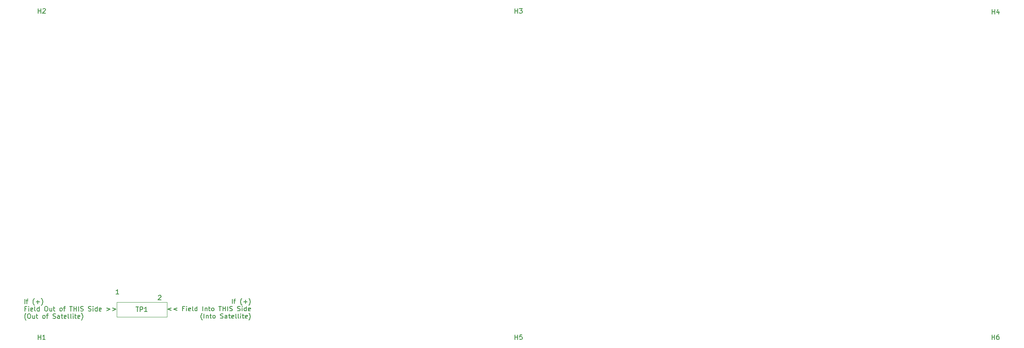
<source format=gto>
%TF.GenerationSoftware,KiCad,Pcbnew,8.0.8*%
%TF.CreationDate,2025-03-15T17:30:35-07:00*%
%TF.ProjectId,Coil_Panel_XY,436f696c-5f50-4616-9e65-6c5f58592e6b,2.1*%
%TF.SameCoordinates,Original*%
%TF.FileFunction,Legend,Top*%
%TF.FilePolarity,Positive*%
%FSLAX46Y46*%
G04 Gerber Fmt 4.6, Leading zero omitted, Abs format (unit mm)*
G04 Created by KiCad (PCBNEW 8.0.8) date 2025-03-15 17:30:35*
%MOMM*%
%LPD*%
G01*
G04 APERTURE LIST*
%ADD10C,0.150000*%
%ADD11C,0.120000*%
%ADD12C,2.600000*%
%ADD13C,3.800000*%
G04 APERTURE END LIST*
D10*
X48710779Y-117343931D02*
X48710779Y-116343931D01*
X49044112Y-116677264D02*
X49425064Y-116677264D01*
X49186969Y-117343931D02*
X49186969Y-116486788D01*
X49186969Y-116486788D02*
X49234588Y-116391550D01*
X49234588Y-116391550D02*
X49329826Y-116343931D01*
X49329826Y-116343931D02*
X49425064Y-116343931D01*
X50806017Y-117724883D02*
X50758398Y-117677264D01*
X50758398Y-117677264D02*
X50663160Y-117534407D01*
X50663160Y-117534407D02*
X50615541Y-117439169D01*
X50615541Y-117439169D02*
X50567922Y-117296312D01*
X50567922Y-117296312D02*
X50520303Y-117058216D01*
X50520303Y-117058216D02*
X50520303Y-116867740D01*
X50520303Y-116867740D02*
X50567922Y-116629645D01*
X50567922Y-116629645D02*
X50615541Y-116486788D01*
X50615541Y-116486788D02*
X50663160Y-116391550D01*
X50663160Y-116391550D02*
X50758398Y-116248692D01*
X50758398Y-116248692D02*
X50806017Y-116201073D01*
X51186970Y-116962978D02*
X51948875Y-116962978D01*
X51567922Y-117343931D02*
X51567922Y-116582026D01*
X52329827Y-117724883D02*
X52377446Y-117677264D01*
X52377446Y-117677264D02*
X52472684Y-117534407D01*
X52472684Y-117534407D02*
X52520303Y-117439169D01*
X52520303Y-117439169D02*
X52567922Y-117296312D01*
X52567922Y-117296312D02*
X52615541Y-117058216D01*
X52615541Y-117058216D02*
X52615541Y-116867740D01*
X52615541Y-116867740D02*
X52567922Y-116629645D01*
X52567922Y-116629645D02*
X52520303Y-116486788D01*
X52520303Y-116486788D02*
X52472684Y-116391550D01*
X52472684Y-116391550D02*
X52377446Y-116248692D01*
X52377446Y-116248692D02*
X52329827Y-116201073D01*
X49044112Y-118430065D02*
X48710779Y-118430065D01*
X48710779Y-118953875D02*
X48710779Y-117953875D01*
X48710779Y-117953875D02*
X49186969Y-117953875D01*
X49567922Y-118953875D02*
X49567922Y-118287208D01*
X49567922Y-117953875D02*
X49520303Y-118001494D01*
X49520303Y-118001494D02*
X49567922Y-118049113D01*
X49567922Y-118049113D02*
X49615541Y-118001494D01*
X49615541Y-118001494D02*
X49567922Y-117953875D01*
X49567922Y-117953875D02*
X49567922Y-118049113D01*
X50425064Y-118906256D02*
X50329826Y-118953875D01*
X50329826Y-118953875D02*
X50139350Y-118953875D01*
X50139350Y-118953875D02*
X50044112Y-118906256D01*
X50044112Y-118906256D02*
X49996493Y-118811017D01*
X49996493Y-118811017D02*
X49996493Y-118430065D01*
X49996493Y-118430065D02*
X50044112Y-118334827D01*
X50044112Y-118334827D02*
X50139350Y-118287208D01*
X50139350Y-118287208D02*
X50329826Y-118287208D01*
X50329826Y-118287208D02*
X50425064Y-118334827D01*
X50425064Y-118334827D02*
X50472683Y-118430065D01*
X50472683Y-118430065D02*
X50472683Y-118525303D01*
X50472683Y-118525303D02*
X49996493Y-118620541D01*
X51044112Y-118953875D02*
X50948874Y-118906256D01*
X50948874Y-118906256D02*
X50901255Y-118811017D01*
X50901255Y-118811017D02*
X50901255Y-117953875D01*
X51853636Y-118953875D02*
X51853636Y-117953875D01*
X51853636Y-118906256D02*
X51758398Y-118953875D01*
X51758398Y-118953875D02*
X51567922Y-118953875D01*
X51567922Y-118953875D02*
X51472684Y-118906256D01*
X51472684Y-118906256D02*
X51425065Y-118858636D01*
X51425065Y-118858636D02*
X51377446Y-118763398D01*
X51377446Y-118763398D02*
X51377446Y-118477684D01*
X51377446Y-118477684D02*
X51425065Y-118382446D01*
X51425065Y-118382446D02*
X51472684Y-118334827D01*
X51472684Y-118334827D02*
X51567922Y-118287208D01*
X51567922Y-118287208D02*
X51758398Y-118287208D01*
X51758398Y-118287208D02*
X51853636Y-118334827D01*
X53282208Y-117953875D02*
X53472684Y-117953875D01*
X53472684Y-117953875D02*
X53567922Y-118001494D01*
X53567922Y-118001494D02*
X53663160Y-118096732D01*
X53663160Y-118096732D02*
X53710779Y-118287208D01*
X53710779Y-118287208D02*
X53710779Y-118620541D01*
X53710779Y-118620541D02*
X53663160Y-118811017D01*
X53663160Y-118811017D02*
X53567922Y-118906256D01*
X53567922Y-118906256D02*
X53472684Y-118953875D01*
X53472684Y-118953875D02*
X53282208Y-118953875D01*
X53282208Y-118953875D02*
X53186970Y-118906256D01*
X53186970Y-118906256D02*
X53091732Y-118811017D01*
X53091732Y-118811017D02*
X53044113Y-118620541D01*
X53044113Y-118620541D02*
X53044113Y-118287208D01*
X53044113Y-118287208D02*
X53091732Y-118096732D01*
X53091732Y-118096732D02*
X53186970Y-118001494D01*
X53186970Y-118001494D02*
X53282208Y-117953875D01*
X54567922Y-118287208D02*
X54567922Y-118953875D01*
X54139351Y-118287208D02*
X54139351Y-118811017D01*
X54139351Y-118811017D02*
X54186970Y-118906256D01*
X54186970Y-118906256D02*
X54282208Y-118953875D01*
X54282208Y-118953875D02*
X54425065Y-118953875D01*
X54425065Y-118953875D02*
X54520303Y-118906256D01*
X54520303Y-118906256D02*
X54567922Y-118858636D01*
X54901256Y-118287208D02*
X55282208Y-118287208D01*
X55044113Y-117953875D02*
X55044113Y-118811017D01*
X55044113Y-118811017D02*
X55091732Y-118906256D01*
X55091732Y-118906256D02*
X55186970Y-118953875D01*
X55186970Y-118953875D02*
X55282208Y-118953875D01*
X56520304Y-118953875D02*
X56425066Y-118906256D01*
X56425066Y-118906256D02*
X56377447Y-118858636D01*
X56377447Y-118858636D02*
X56329828Y-118763398D01*
X56329828Y-118763398D02*
X56329828Y-118477684D01*
X56329828Y-118477684D02*
X56377447Y-118382446D01*
X56377447Y-118382446D02*
X56425066Y-118334827D01*
X56425066Y-118334827D02*
X56520304Y-118287208D01*
X56520304Y-118287208D02*
X56663161Y-118287208D01*
X56663161Y-118287208D02*
X56758399Y-118334827D01*
X56758399Y-118334827D02*
X56806018Y-118382446D01*
X56806018Y-118382446D02*
X56853637Y-118477684D01*
X56853637Y-118477684D02*
X56853637Y-118763398D01*
X56853637Y-118763398D02*
X56806018Y-118858636D01*
X56806018Y-118858636D02*
X56758399Y-118906256D01*
X56758399Y-118906256D02*
X56663161Y-118953875D01*
X56663161Y-118953875D02*
X56520304Y-118953875D01*
X57139352Y-118287208D02*
X57520304Y-118287208D01*
X57282209Y-118953875D02*
X57282209Y-118096732D01*
X57282209Y-118096732D02*
X57329828Y-118001494D01*
X57329828Y-118001494D02*
X57425066Y-117953875D01*
X57425066Y-117953875D02*
X57520304Y-117953875D01*
X58472686Y-117953875D02*
X59044114Y-117953875D01*
X58758400Y-118953875D02*
X58758400Y-117953875D01*
X59377448Y-118953875D02*
X59377448Y-117953875D01*
X59377448Y-118430065D02*
X59948876Y-118430065D01*
X59948876Y-118953875D02*
X59948876Y-117953875D01*
X60425067Y-118953875D02*
X60425067Y-117953875D01*
X60853638Y-118906256D02*
X60996495Y-118953875D01*
X60996495Y-118953875D02*
X61234590Y-118953875D01*
X61234590Y-118953875D02*
X61329828Y-118906256D01*
X61329828Y-118906256D02*
X61377447Y-118858636D01*
X61377447Y-118858636D02*
X61425066Y-118763398D01*
X61425066Y-118763398D02*
X61425066Y-118668160D01*
X61425066Y-118668160D02*
X61377447Y-118572922D01*
X61377447Y-118572922D02*
X61329828Y-118525303D01*
X61329828Y-118525303D02*
X61234590Y-118477684D01*
X61234590Y-118477684D02*
X61044114Y-118430065D01*
X61044114Y-118430065D02*
X60948876Y-118382446D01*
X60948876Y-118382446D02*
X60901257Y-118334827D01*
X60901257Y-118334827D02*
X60853638Y-118239589D01*
X60853638Y-118239589D02*
X60853638Y-118144351D01*
X60853638Y-118144351D02*
X60901257Y-118049113D01*
X60901257Y-118049113D02*
X60948876Y-118001494D01*
X60948876Y-118001494D02*
X61044114Y-117953875D01*
X61044114Y-117953875D02*
X61282209Y-117953875D01*
X61282209Y-117953875D02*
X61425066Y-118001494D01*
X62567924Y-118906256D02*
X62710781Y-118953875D01*
X62710781Y-118953875D02*
X62948876Y-118953875D01*
X62948876Y-118953875D02*
X63044114Y-118906256D01*
X63044114Y-118906256D02*
X63091733Y-118858636D01*
X63091733Y-118858636D02*
X63139352Y-118763398D01*
X63139352Y-118763398D02*
X63139352Y-118668160D01*
X63139352Y-118668160D02*
X63091733Y-118572922D01*
X63091733Y-118572922D02*
X63044114Y-118525303D01*
X63044114Y-118525303D02*
X62948876Y-118477684D01*
X62948876Y-118477684D02*
X62758400Y-118430065D01*
X62758400Y-118430065D02*
X62663162Y-118382446D01*
X62663162Y-118382446D02*
X62615543Y-118334827D01*
X62615543Y-118334827D02*
X62567924Y-118239589D01*
X62567924Y-118239589D02*
X62567924Y-118144351D01*
X62567924Y-118144351D02*
X62615543Y-118049113D01*
X62615543Y-118049113D02*
X62663162Y-118001494D01*
X62663162Y-118001494D02*
X62758400Y-117953875D01*
X62758400Y-117953875D02*
X62996495Y-117953875D01*
X62996495Y-117953875D02*
X63139352Y-118001494D01*
X63567924Y-118953875D02*
X63567924Y-118287208D01*
X63567924Y-117953875D02*
X63520305Y-118001494D01*
X63520305Y-118001494D02*
X63567924Y-118049113D01*
X63567924Y-118049113D02*
X63615543Y-118001494D01*
X63615543Y-118001494D02*
X63567924Y-117953875D01*
X63567924Y-117953875D02*
X63567924Y-118049113D01*
X64472685Y-118953875D02*
X64472685Y-117953875D01*
X64472685Y-118906256D02*
X64377447Y-118953875D01*
X64377447Y-118953875D02*
X64186971Y-118953875D01*
X64186971Y-118953875D02*
X64091733Y-118906256D01*
X64091733Y-118906256D02*
X64044114Y-118858636D01*
X64044114Y-118858636D02*
X63996495Y-118763398D01*
X63996495Y-118763398D02*
X63996495Y-118477684D01*
X63996495Y-118477684D02*
X64044114Y-118382446D01*
X64044114Y-118382446D02*
X64091733Y-118334827D01*
X64091733Y-118334827D02*
X64186971Y-118287208D01*
X64186971Y-118287208D02*
X64377447Y-118287208D01*
X64377447Y-118287208D02*
X64472685Y-118334827D01*
X65329828Y-118906256D02*
X65234590Y-118953875D01*
X65234590Y-118953875D02*
X65044114Y-118953875D01*
X65044114Y-118953875D02*
X64948876Y-118906256D01*
X64948876Y-118906256D02*
X64901257Y-118811017D01*
X64901257Y-118811017D02*
X64901257Y-118430065D01*
X64901257Y-118430065D02*
X64948876Y-118334827D01*
X64948876Y-118334827D02*
X65044114Y-118287208D01*
X65044114Y-118287208D02*
X65234590Y-118287208D01*
X65234590Y-118287208D02*
X65329828Y-118334827D01*
X65329828Y-118334827D02*
X65377447Y-118430065D01*
X65377447Y-118430065D02*
X65377447Y-118525303D01*
X65377447Y-118525303D02*
X64901257Y-118620541D01*
X66567924Y-118287208D02*
X67329829Y-118572922D01*
X67329829Y-118572922D02*
X66567924Y-118858636D01*
X67806019Y-118287208D02*
X68567924Y-118572922D01*
X68567924Y-118572922D02*
X67806019Y-118858636D01*
X48996493Y-120944771D02*
X48948874Y-120897152D01*
X48948874Y-120897152D02*
X48853636Y-120754295D01*
X48853636Y-120754295D02*
X48806017Y-120659057D01*
X48806017Y-120659057D02*
X48758398Y-120516200D01*
X48758398Y-120516200D02*
X48710779Y-120278104D01*
X48710779Y-120278104D02*
X48710779Y-120087628D01*
X48710779Y-120087628D02*
X48758398Y-119849533D01*
X48758398Y-119849533D02*
X48806017Y-119706676D01*
X48806017Y-119706676D02*
X48853636Y-119611438D01*
X48853636Y-119611438D02*
X48948874Y-119468580D01*
X48948874Y-119468580D02*
X48996493Y-119420961D01*
X49567922Y-119563819D02*
X49758398Y-119563819D01*
X49758398Y-119563819D02*
X49853636Y-119611438D01*
X49853636Y-119611438D02*
X49948874Y-119706676D01*
X49948874Y-119706676D02*
X49996493Y-119897152D01*
X49996493Y-119897152D02*
X49996493Y-120230485D01*
X49996493Y-120230485D02*
X49948874Y-120420961D01*
X49948874Y-120420961D02*
X49853636Y-120516200D01*
X49853636Y-120516200D02*
X49758398Y-120563819D01*
X49758398Y-120563819D02*
X49567922Y-120563819D01*
X49567922Y-120563819D02*
X49472684Y-120516200D01*
X49472684Y-120516200D02*
X49377446Y-120420961D01*
X49377446Y-120420961D02*
X49329827Y-120230485D01*
X49329827Y-120230485D02*
X49329827Y-119897152D01*
X49329827Y-119897152D02*
X49377446Y-119706676D01*
X49377446Y-119706676D02*
X49472684Y-119611438D01*
X49472684Y-119611438D02*
X49567922Y-119563819D01*
X50853636Y-119897152D02*
X50853636Y-120563819D01*
X50425065Y-119897152D02*
X50425065Y-120420961D01*
X50425065Y-120420961D02*
X50472684Y-120516200D01*
X50472684Y-120516200D02*
X50567922Y-120563819D01*
X50567922Y-120563819D02*
X50710779Y-120563819D01*
X50710779Y-120563819D02*
X50806017Y-120516200D01*
X50806017Y-120516200D02*
X50853636Y-120468580D01*
X51186970Y-119897152D02*
X51567922Y-119897152D01*
X51329827Y-119563819D02*
X51329827Y-120420961D01*
X51329827Y-120420961D02*
X51377446Y-120516200D01*
X51377446Y-120516200D02*
X51472684Y-120563819D01*
X51472684Y-120563819D02*
X51567922Y-120563819D01*
X52806018Y-120563819D02*
X52710780Y-120516200D01*
X52710780Y-120516200D02*
X52663161Y-120468580D01*
X52663161Y-120468580D02*
X52615542Y-120373342D01*
X52615542Y-120373342D02*
X52615542Y-120087628D01*
X52615542Y-120087628D02*
X52663161Y-119992390D01*
X52663161Y-119992390D02*
X52710780Y-119944771D01*
X52710780Y-119944771D02*
X52806018Y-119897152D01*
X52806018Y-119897152D02*
X52948875Y-119897152D01*
X52948875Y-119897152D02*
X53044113Y-119944771D01*
X53044113Y-119944771D02*
X53091732Y-119992390D01*
X53091732Y-119992390D02*
X53139351Y-120087628D01*
X53139351Y-120087628D02*
X53139351Y-120373342D01*
X53139351Y-120373342D02*
X53091732Y-120468580D01*
X53091732Y-120468580D02*
X53044113Y-120516200D01*
X53044113Y-120516200D02*
X52948875Y-120563819D01*
X52948875Y-120563819D02*
X52806018Y-120563819D01*
X53425066Y-119897152D02*
X53806018Y-119897152D01*
X53567923Y-120563819D02*
X53567923Y-119706676D01*
X53567923Y-119706676D02*
X53615542Y-119611438D01*
X53615542Y-119611438D02*
X53710780Y-119563819D01*
X53710780Y-119563819D02*
X53806018Y-119563819D01*
X54853638Y-120516200D02*
X54996495Y-120563819D01*
X54996495Y-120563819D02*
X55234590Y-120563819D01*
X55234590Y-120563819D02*
X55329828Y-120516200D01*
X55329828Y-120516200D02*
X55377447Y-120468580D01*
X55377447Y-120468580D02*
X55425066Y-120373342D01*
X55425066Y-120373342D02*
X55425066Y-120278104D01*
X55425066Y-120278104D02*
X55377447Y-120182866D01*
X55377447Y-120182866D02*
X55329828Y-120135247D01*
X55329828Y-120135247D02*
X55234590Y-120087628D01*
X55234590Y-120087628D02*
X55044114Y-120040009D01*
X55044114Y-120040009D02*
X54948876Y-119992390D01*
X54948876Y-119992390D02*
X54901257Y-119944771D01*
X54901257Y-119944771D02*
X54853638Y-119849533D01*
X54853638Y-119849533D02*
X54853638Y-119754295D01*
X54853638Y-119754295D02*
X54901257Y-119659057D01*
X54901257Y-119659057D02*
X54948876Y-119611438D01*
X54948876Y-119611438D02*
X55044114Y-119563819D01*
X55044114Y-119563819D02*
X55282209Y-119563819D01*
X55282209Y-119563819D02*
X55425066Y-119611438D01*
X56282209Y-120563819D02*
X56282209Y-120040009D01*
X56282209Y-120040009D02*
X56234590Y-119944771D01*
X56234590Y-119944771D02*
X56139352Y-119897152D01*
X56139352Y-119897152D02*
X55948876Y-119897152D01*
X55948876Y-119897152D02*
X55853638Y-119944771D01*
X56282209Y-120516200D02*
X56186971Y-120563819D01*
X56186971Y-120563819D02*
X55948876Y-120563819D01*
X55948876Y-120563819D02*
X55853638Y-120516200D01*
X55853638Y-120516200D02*
X55806019Y-120420961D01*
X55806019Y-120420961D02*
X55806019Y-120325723D01*
X55806019Y-120325723D02*
X55853638Y-120230485D01*
X55853638Y-120230485D02*
X55948876Y-120182866D01*
X55948876Y-120182866D02*
X56186971Y-120182866D01*
X56186971Y-120182866D02*
X56282209Y-120135247D01*
X56615543Y-119897152D02*
X56996495Y-119897152D01*
X56758400Y-119563819D02*
X56758400Y-120420961D01*
X56758400Y-120420961D02*
X56806019Y-120516200D01*
X56806019Y-120516200D02*
X56901257Y-120563819D01*
X56901257Y-120563819D02*
X56996495Y-120563819D01*
X57710781Y-120516200D02*
X57615543Y-120563819D01*
X57615543Y-120563819D02*
X57425067Y-120563819D01*
X57425067Y-120563819D02*
X57329829Y-120516200D01*
X57329829Y-120516200D02*
X57282210Y-120420961D01*
X57282210Y-120420961D02*
X57282210Y-120040009D01*
X57282210Y-120040009D02*
X57329829Y-119944771D01*
X57329829Y-119944771D02*
X57425067Y-119897152D01*
X57425067Y-119897152D02*
X57615543Y-119897152D01*
X57615543Y-119897152D02*
X57710781Y-119944771D01*
X57710781Y-119944771D02*
X57758400Y-120040009D01*
X57758400Y-120040009D02*
X57758400Y-120135247D01*
X57758400Y-120135247D02*
X57282210Y-120230485D01*
X58329829Y-120563819D02*
X58234591Y-120516200D01*
X58234591Y-120516200D02*
X58186972Y-120420961D01*
X58186972Y-120420961D02*
X58186972Y-119563819D01*
X58853639Y-120563819D02*
X58758401Y-120516200D01*
X58758401Y-120516200D02*
X58710782Y-120420961D01*
X58710782Y-120420961D02*
X58710782Y-119563819D01*
X59234592Y-120563819D02*
X59234592Y-119897152D01*
X59234592Y-119563819D02*
X59186973Y-119611438D01*
X59186973Y-119611438D02*
X59234592Y-119659057D01*
X59234592Y-119659057D02*
X59282211Y-119611438D01*
X59282211Y-119611438D02*
X59234592Y-119563819D01*
X59234592Y-119563819D02*
X59234592Y-119659057D01*
X59567925Y-119897152D02*
X59948877Y-119897152D01*
X59710782Y-119563819D02*
X59710782Y-120420961D01*
X59710782Y-120420961D02*
X59758401Y-120516200D01*
X59758401Y-120516200D02*
X59853639Y-120563819D01*
X59853639Y-120563819D02*
X59948877Y-120563819D01*
X60663163Y-120516200D02*
X60567925Y-120563819D01*
X60567925Y-120563819D02*
X60377449Y-120563819D01*
X60377449Y-120563819D02*
X60282211Y-120516200D01*
X60282211Y-120516200D02*
X60234592Y-120420961D01*
X60234592Y-120420961D02*
X60234592Y-120040009D01*
X60234592Y-120040009D02*
X60282211Y-119944771D01*
X60282211Y-119944771D02*
X60377449Y-119897152D01*
X60377449Y-119897152D02*
X60567925Y-119897152D01*
X60567925Y-119897152D02*
X60663163Y-119944771D01*
X60663163Y-119944771D02*
X60710782Y-120040009D01*
X60710782Y-120040009D02*
X60710782Y-120135247D01*
X60710782Y-120135247D02*
X60234592Y-120230485D01*
X61044116Y-120944771D02*
X61091735Y-120897152D01*
X61091735Y-120897152D02*
X61186973Y-120754295D01*
X61186973Y-120754295D02*
X61234592Y-120659057D01*
X61234592Y-120659057D02*
X61282211Y-120516200D01*
X61282211Y-120516200D02*
X61329830Y-120278104D01*
X61329830Y-120278104D02*
X61329830Y-120087628D01*
X61329830Y-120087628D02*
X61282211Y-119849533D01*
X61282211Y-119849533D02*
X61234592Y-119706676D01*
X61234592Y-119706676D02*
X61186973Y-119611438D01*
X61186973Y-119611438D02*
X61091735Y-119468580D01*
X61091735Y-119468580D02*
X61044116Y-119420961D01*
X77793160Y-115639057D02*
X77840779Y-115591438D01*
X77840779Y-115591438D02*
X77936017Y-115543819D01*
X77936017Y-115543819D02*
X78174112Y-115543819D01*
X78174112Y-115543819D02*
X78269350Y-115591438D01*
X78269350Y-115591438D02*
X78316969Y-115639057D01*
X78316969Y-115639057D02*
X78364588Y-115734295D01*
X78364588Y-115734295D02*
X78364588Y-115829533D01*
X78364588Y-115829533D02*
X78316969Y-115972390D01*
X78316969Y-115972390D02*
X77745541Y-116543819D01*
X77745541Y-116543819D02*
X78364588Y-116543819D01*
X93862458Y-117323931D02*
X93862458Y-116323931D01*
X94195791Y-116657264D02*
X94576743Y-116657264D01*
X94338648Y-117323931D02*
X94338648Y-116466788D01*
X94338648Y-116466788D02*
X94386267Y-116371550D01*
X94386267Y-116371550D02*
X94481505Y-116323931D01*
X94481505Y-116323931D02*
X94576743Y-116323931D01*
X95957696Y-117704883D02*
X95910077Y-117657264D01*
X95910077Y-117657264D02*
X95814839Y-117514407D01*
X95814839Y-117514407D02*
X95767220Y-117419169D01*
X95767220Y-117419169D02*
X95719601Y-117276312D01*
X95719601Y-117276312D02*
X95671982Y-117038216D01*
X95671982Y-117038216D02*
X95671982Y-116847740D01*
X95671982Y-116847740D02*
X95719601Y-116609645D01*
X95719601Y-116609645D02*
X95767220Y-116466788D01*
X95767220Y-116466788D02*
X95814839Y-116371550D01*
X95814839Y-116371550D02*
X95910077Y-116228692D01*
X95910077Y-116228692D02*
X95957696Y-116181073D01*
X96338649Y-116942978D02*
X97100554Y-116942978D01*
X96719601Y-117323931D02*
X96719601Y-116562026D01*
X97481506Y-117704883D02*
X97529125Y-117657264D01*
X97529125Y-117657264D02*
X97624363Y-117514407D01*
X97624363Y-117514407D02*
X97671982Y-117419169D01*
X97671982Y-117419169D02*
X97719601Y-117276312D01*
X97719601Y-117276312D02*
X97767220Y-117038216D01*
X97767220Y-117038216D02*
X97767220Y-116847740D01*
X97767220Y-116847740D02*
X97719601Y-116609645D01*
X97719601Y-116609645D02*
X97671982Y-116466788D01*
X97671982Y-116466788D02*
X97624363Y-116371550D01*
X97624363Y-116371550D02*
X97529125Y-116228692D01*
X97529125Y-116228692D02*
X97481506Y-116181073D01*
X80576744Y-118267208D02*
X79814839Y-118552922D01*
X79814839Y-118552922D02*
X80576744Y-118838636D01*
X81814839Y-118267208D02*
X81052934Y-118552922D01*
X81052934Y-118552922D02*
X81814839Y-118838636D01*
X83386267Y-118410065D02*
X83052934Y-118410065D01*
X83052934Y-118933875D02*
X83052934Y-117933875D01*
X83052934Y-117933875D02*
X83529124Y-117933875D01*
X83910077Y-118933875D02*
X83910077Y-118267208D01*
X83910077Y-117933875D02*
X83862458Y-117981494D01*
X83862458Y-117981494D02*
X83910077Y-118029113D01*
X83910077Y-118029113D02*
X83957696Y-117981494D01*
X83957696Y-117981494D02*
X83910077Y-117933875D01*
X83910077Y-117933875D02*
X83910077Y-118029113D01*
X84767219Y-118886256D02*
X84671981Y-118933875D01*
X84671981Y-118933875D02*
X84481505Y-118933875D01*
X84481505Y-118933875D02*
X84386267Y-118886256D01*
X84386267Y-118886256D02*
X84338648Y-118791017D01*
X84338648Y-118791017D02*
X84338648Y-118410065D01*
X84338648Y-118410065D02*
X84386267Y-118314827D01*
X84386267Y-118314827D02*
X84481505Y-118267208D01*
X84481505Y-118267208D02*
X84671981Y-118267208D01*
X84671981Y-118267208D02*
X84767219Y-118314827D01*
X84767219Y-118314827D02*
X84814838Y-118410065D01*
X84814838Y-118410065D02*
X84814838Y-118505303D01*
X84814838Y-118505303D02*
X84338648Y-118600541D01*
X85386267Y-118933875D02*
X85291029Y-118886256D01*
X85291029Y-118886256D02*
X85243410Y-118791017D01*
X85243410Y-118791017D02*
X85243410Y-117933875D01*
X86195791Y-118933875D02*
X86195791Y-117933875D01*
X86195791Y-118886256D02*
X86100553Y-118933875D01*
X86100553Y-118933875D02*
X85910077Y-118933875D01*
X85910077Y-118933875D02*
X85814839Y-118886256D01*
X85814839Y-118886256D02*
X85767220Y-118838636D01*
X85767220Y-118838636D02*
X85719601Y-118743398D01*
X85719601Y-118743398D02*
X85719601Y-118457684D01*
X85719601Y-118457684D02*
X85767220Y-118362446D01*
X85767220Y-118362446D02*
X85814839Y-118314827D01*
X85814839Y-118314827D02*
X85910077Y-118267208D01*
X85910077Y-118267208D02*
X86100553Y-118267208D01*
X86100553Y-118267208D02*
X86195791Y-118314827D01*
X87433887Y-118933875D02*
X87433887Y-117933875D01*
X87910077Y-118267208D02*
X87910077Y-118933875D01*
X87910077Y-118362446D02*
X87957696Y-118314827D01*
X87957696Y-118314827D02*
X88052934Y-118267208D01*
X88052934Y-118267208D02*
X88195791Y-118267208D01*
X88195791Y-118267208D02*
X88291029Y-118314827D01*
X88291029Y-118314827D02*
X88338648Y-118410065D01*
X88338648Y-118410065D02*
X88338648Y-118933875D01*
X88671982Y-118267208D02*
X89052934Y-118267208D01*
X88814839Y-117933875D02*
X88814839Y-118791017D01*
X88814839Y-118791017D02*
X88862458Y-118886256D01*
X88862458Y-118886256D02*
X88957696Y-118933875D01*
X88957696Y-118933875D02*
X89052934Y-118933875D01*
X89529125Y-118933875D02*
X89433887Y-118886256D01*
X89433887Y-118886256D02*
X89386268Y-118838636D01*
X89386268Y-118838636D02*
X89338649Y-118743398D01*
X89338649Y-118743398D02*
X89338649Y-118457684D01*
X89338649Y-118457684D02*
X89386268Y-118362446D01*
X89386268Y-118362446D02*
X89433887Y-118314827D01*
X89433887Y-118314827D02*
X89529125Y-118267208D01*
X89529125Y-118267208D02*
X89671982Y-118267208D01*
X89671982Y-118267208D02*
X89767220Y-118314827D01*
X89767220Y-118314827D02*
X89814839Y-118362446D01*
X89814839Y-118362446D02*
X89862458Y-118457684D01*
X89862458Y-118457684D02*
X89862458Y-118743398D01*
X89862458Y-118743398D02*
X89814839Y-118838636D01*
X89814839Y-118838636D02*
X89767220Y-118886256D01*
X89767220Y-118886256D02*
X89671982Y-118933875D01*
X89671982Y-118933875D02*
X89529125Y-118933875D01*
X90910078Y-117933875D02*
X91481506Y-117933875D01*
X91195792Y-118933875D02*
X91195792Y-117933875D01*
X91814840Y-118933875D02*
X91814840Y-117933875D01*
X91814840Y-118410065D02*
X92386268Y-118410065D01*
X92386268Y-118933875D02*
X92386268Y-117933875D01*
X92862459Y-118933875D02*
X92862459Y-117933875D01*
X93291030Y-118886256D02*
X93433887Y-118933875D01*
X93433887Y-118933875D02*
X93671982Y-118933875D01*
X93671982Y-118933875D02*
X93767220Y-118886256D01*
X93767220Y-118886256D02*
X93814839Y-118838636D01*
X93814839Y-118838636D02*
X93862458Y-118743398D01*
X93862458Y-118743398D02*
X93862458Y-118648160D01*
X93862458Y-118648160D02*
X93814839Y-118552922D01*
X93814839Y-118552922D02*
X93767220Y-118505303D01*
X93767220Y-118505303D02*
X93671982Y-118457684D01*
X93671982Y-118457684D02*
X93481506Y-118410065D01*
X93481506Y-118410065D02*
X93386268Y-118362446D01*
X93386268Y-118362446D02*
X93338649Y-118314827D01*
X93338649Y-118314827D02*
X93291030Y-118219589D01*
X93291030Y-118219589D02*
X93291030Y-118124351D01*
X93291030Y-118124351D02*
X93338649Y-118029113D01*
X93338649Y-118029113D02*
X93386268Y-117981494D01*
X93386268Y-117981494D02*
X93481506Y-117933875D01*
X93481506Y-117933875D02*
X93719601Y-117933875D01*
X93719601Y-117933875D02*
X93862458Y-117981494D01*
X95005316Y-118886256D02*
X95148173Y-118933875D01*
X95148173Y-118933875D02*
X95386268Y-118933875D01*
X95386268Y-118933875D02*
X95481506Y-118886256D01*
X95481506Y-118886256D02*
X95529125Y-118838636D01*
X95529125Y-118838636D02*
X95576744Y-118743398D01*
X95576744Y-118743398D02*
X95576744Y-118648160D01*
X95576744Y-118648160D02*
X95529125Y-118552922D01*
X95529125Y-118552922D02*
X95481506Y-118505303D01*
X95481506Y-118505303D02*
X95386268Y-118457684D01*
X95386268Y-118457684D02*
X95195792Y-118410065D01*
X95195792Y-118410065D02*
X95100554Y-118362446D01*
X95100554Y-118362446D02*
X95052935Y-118314827D01*
X95052935Y-118314827D02*
X95005316Y-118219589D01*
X95005316Y-118219589D02*
X95005316Y-118124351D01*
X95005316Y-118124351D02*
X95052935Y-118029113D01*
X95052935Y-118029113D02*
X95100554Y-117981494D01*
X95100554Y-117981494D02*
X95195792Y-117933875D01*
X95195792Y-117933875D02*
X95433887Y-117933875D01*
X95433887Y-117933875D02*
X95576744Y-117981494D01*
X96005316Y-118933875D02*
X96005316Y-118267208D01*
X96005316Y-117933875D02*
X95957697Y-117981494D01*
X95957697Y-117981494D02*
X96005316Y-118029113D01*
X96005316Y-118029113D02*
X96052935Y-117981494D01*
X96052935Y-117981494D02*
X96005316Y-117933875D01*
X96005316Y-117933875D02*
X96005316Y-118029113D01*
X96910077Y-118933875D02*
X96910077Y-117933875D01*
X96910077Y-118886256D02*
X96814839Y-118933875D01*
X96814839Y-118933875D02*
X96624363Y-118933875D01*
X96624363Y-118933875D02*
X96529125Y-118886256D01*
X96529125Y-118886256D02*
X96481506Y-118838636D01*
X96481506Y-118838636D02*
X96433887Y-118743398D01*
X96433887Y-118743398D02*
X96433887Y-118457684D01*
X96433887Y-118457684D02*
X96481506Y-118362446D01*
X96481506Y-118362446D02*
X96529125Y-118314827D01*
X96529125Y-118314827D02*
X96624363Y-118267208D01*
X96624363Y-118267208D02*
X96814839Y-118267208D01*
X96814839Y-118267208D02*
X96910077Y-118314827D01*
X97767220Y-118886256D02*
X97671982Y-118933875D01*
X97671982Y-118933875D02*
X97481506Y-118933875D01*
X97481506Y-118933875D02*
X97386268Y-118886256D01*
X97386268Y-118886256D02*
X97338649Y-118791017D01*
X97338649Y-118791017D02*
X97338649Y-118410065D01*
X97338649Y-118410065D02*
X97386268Y-118314827D01*
X97386268Y-118314827D02*
X97481506Y-118267208D01*
X97481506Y-118267208D02*
X97671982Y-118267208D01*
X97671982Y-118267208D02*
X97767220Y-118314827D01*
X97767220Y-118314827D02*
X97814839Y-118410065D01*
X97814839Y-118410065D02*
X97814839Y-118505303D01*
X97814839Y-118505303D02*
X97338649Y-118600541D01*
X87338646Y-120924771D02*
X87291027Y-120877152D01*
X87291027Y-120877152D02*
X87195789Y-120734295D01*
X87195789Y-120734295D02*
X87148170Y-120639057D01*
X87148170Y-120639057D02*
X87100551Y-120496200D01*
X87100551Y-120496200D02*
X87052932Y-120258104D01*
X87052932Y-120258104D02*
X87052932Y-120067628D01*
X87052932Y-120067628D02*
X87100551Y-119829533D01*
X87100551Y-119829533D02*
X87148170Y-119686676D01*
X87148170Y-119686676D02*
X87195789Y-119591438D01*
X87195789Y-119591438D02*
X87291027Y-119448580D01*
X87291027Y-119448580D02*
X87338646Y-119400961D01*
X87719599Y-120543819D02*
X87719599Y-119543819D01*
X88195789Y-119877152D02*
X88195789Y-120543819D01*
X88195789Y-119972390D02*
X88243408Y-119924771D01*
X88243408Y-119924771D02*
X88338646Y-119877152D01*
X88338646Y-119877152D02*
X88481503Y-119877152D01*
X88481503Y-119877152D02*
X88576741Y-119924771D01*
X88576741Y-119924771D02*
X88624360Y-120020009D01*
X88624360Y-120020009D02*
X88624360Y-120543819D01*
X88957694Y-119877152D02*
X89338646Y-119877152D01*
X89100551Y-119543819D02*
X89100551Y-120400961D01*
X89100551Y-120400961D02*
X89148170Y-120496200D01*
X89148170Y-120496200D02*
X89243408Y-120543819D01*
X89243408Y-120543819D02*
X89338646Y-120543819D01*
X89814837Y-120543819D02*
X89719599Y-120496200D01*
X89719599Y-120496200D02*
X89671980Y-120448580D01*
X89671980Y-120448580D02*
X89624361Y-120353342D01*
X89624361Y-120353342D02*
X89624361Y-120067628D01*
X89624361Y-120067628D02*
X89671980Y-119972390D01*
X89671980Y-119972390D02*
X89719599Y-119924771D01*
X89719599Y-119924771D02*
X89814837Y-119877152D01*
X89814837Y-119877152D02*
X89957694Y-119877152D01*
X89957694Y-119877152D02*
X90052932Y-119924771D01*
X90052932Y-119924771D02*
X90100551Y-119972390D01*
X90100551Y-119972390D02*
X90148170Y-120067628D01*
X90148170Y-120067628D02*
X90148170Y-120353342D01*
X90148170Y-120353342D02*
X90100551Y-120448580D01*
X90100551Y-120448580D02*
X90052932Y-120496200D01*
X90052932Y-120496200D02*
X89957694Y-120543819D01*
X89957694Y-120543819D02*
X89814837Y-120543819D01*
X91291028Y-120496200D02*
X91433885Y-120543819D01*
X91433885Y-120543819D02*
X91671980Y-120543819D01*
X91671980Y-120543819D02*
X91767218Y-120496200D01*
X91767218Y-120496200D02*
X91814837Y-120448580D01*
X91814837Y-120448580D02*
X91862456Y-120353342D01*
X91862456Y-120353342D02*
X91862456Y-120258104D01*
X91862456Y-120258104D02*
X91814837Y-120162866D01*
X91814837Y-120162866D02*
X91767218Y-120115247D01*
X91767218Y-120115247D02*
X91671980Y-120067628D01*
X91671980Y-120067628D02*
X91481504Y-120020009D01*
X91481504Y-120020009D02*
X91386266Y-119972390D01*
X91386266Y-119972390D02*
X91338647Y-119924771D01*
X91338647Y-119924771D02*
X91291028Y-119829533D01*
X91291028Y-119829533D02*
X91291028Y-119734295D01*
X91291028Y-119734295D02*
X91338647Y-119639057D01*
X91338647Y-119639057D02*
X91386266Y-119591438D01*
X91386266Y-119591438D02*
X91481504Y-119543819D01*
X91481504Y-119543819D02*
X91719599Y-119543819D01*
X91719599Y-119543819D02*
X91862456Y-119591438D01*
X92719599Y-120543819D02*
X92719599Y-120020009D01*
X92719599Y-120020009D02*
X92671980Y-119924771D01*
X92671980Y-119924771D02*
X92576742Y-119877152D01*
X92576742Y-119877152D02*
X92386266Y-119877152D01*
X92386266Y-119877152D02*
X92291028Y-119924771D01*
X92719599Y-120496200D02*
X92624361Y-120543819D01*
X92624361Y-120543819D02*
X92386266Y-120543819D01*
X92386266Y-120543819D02*
X92291028Y-120496200D01*
X92291028Y-120496200D02*
X92243409Y-120400961D01*
X92243409Y-120400961D02*
X92243409Y-120305723D01*
X92243409Y-120305723D02*
X92291028Y-120210485D01*
X92291028Y-120210485D02*
X92386266Y-120162866D01*
X92386266Y-120162866D02*
X92624361Y-120162866D01*
X92624361Y-120162866D02*
X92719599Y-120115247D01*
X93052933Y-119877152D02*
X93433885Y-119877152D01*
X93195790Y-119543819D02*
X93195790Y-120400961D01*
X93195790Y-120400961D02*
X93243409Y-120496200D01*
X93243409Y-120496200D02*
X93338647Y-120543819D01*
X93338647Y-120543819D02*
X93433885Y-120543819D01*
X94148171Y-120496200D02*
X94052933Y-120543819D01*
X94052933Y-120543819D02*
X93862457Y-120543819D01*
X93862457Y-120543819D02*
X93767219Y-120496200D01*
X93767219Y-120496200D02*
X93719600Y-120400961D01*
X93719600Y-120400961D02*
X93719600Y-120020009D01*
X93719600Y-120020009D02*
X93767219Y-119924771D01*
X93767219Y-119924771D02*
X93862457Y-119877152D01*
X93862457Y-119877152D02*
X94052933Y-119877152D01*
X94052933Y-119877152D02*
X94148171Y-119924771D01*
X94148171Y-119924771D02*
X94195790Y-120020009D01*
X94195790Y-120020009D02*
X94195790Y-120115247D01*
X94195790Y-120115247D02*
X93719600Y-120210485D01*
X94767219Y-120543819D02*
X94671981Y-120496200D01*
X94671981Y-120496200D02*
X94624362Y-120400961D01*
X94624362Y-120400961D02*
X94624362Y-119543819D01*
X95291029Y-120543819D02*
X95195791Y-120496200D01*
X95195791Y-120496200D02*
X95148172Y-120400961D01*
X95148172Y-120400961D02*
X95148172Y-119543819D01*
X95671982Y-120543819D02*
X95671982Y-119877152D01*
X95671982Y-119543819D02*
X95624363Y-119591438D01*
X95624363Y-119591438D02*
X95671982Y-119639057D01*
X95671982Y-119639057D02*
X95719601Y-119591438D01*
X95719601Y-119591438D02*
X95671982Y-119543819D01*
X95671982Y-119543819D02*
X95671982Y-119639057D01*
X96005315Y-119877152D02*
X96386267Y-119877152D01*
X96148172Y-119543819D02*
X96148172Y-120400961D01*
X96148172Y-120400961D02*
X96195791Y-120496200D01*
X96195791Y-120496200D02*
X96291029Y-120543819D01*
X96291029Y-120543819D02*
X96386267Y-120543819D01*
X97100553Y-120496200D02*
X97005315Y-120543819D01*
X97005315Y-120543819D02*
X96814839Y-120543819D01*
X96814839Y-120543819D02*
X96719601Y-120496200D01*
X96719601Y-120496200D02*
X96671982Y-120400961D01*
X96671982Y-120400961D02*
X96671982Y-120020009D01*
X96671982Y-120020009D02*
X96719601Y-119924771D01*
X96719601Y-119924771D02*
X96814839Y-119877152D01*
X96814839Y-119877152D02*
X97005315Y-119877152D01*
X97005315Y-119877152D02*
X97100553Y-119924771D01*
X97100553Y-119924771D02*
X97148172Y-120020009D01*
X97148172Y-120020009D02*
X97148172Y-120115247D01*
X97148172Y-120115247D02*
X96671982Y-120210485D01*
X97481506Y-120924771D02*
X97529125Y-120877152D01*
X97529125Y-120877152D02*
X97624363Y-120734295D01*
X97624363Y-120734295D02*
X97671982Y-120639057D01*
X97671982Y-120639057D02*
X97719601Y-120496200D01*
X97719601Y-120496200D02*
X97767220Y-120258104D01*
X97767220Y-120258104D02*
X97767220Y-120067628D01*
X97767220Y-120067628D02*
X97719601Y-119829533D01*
X97719601Y-119829533D02*
X97671982Y-119686676D01*
X97671982Y-119686676D02*
X97624363Y-119591438D01*
X97624363Y-119591438D02*
X97529125Y-119448580D01*
X97529125Y-119448580D02*
X97481506Y-119400961D01*
X69164588Y-115243819D02*
X68593160Y-115243819D01*
X68878874Y-115243819D02*
X68878874Y-114243819D01*
X68878874Y-114243819D02*
X68783636Y-114386676D01*
X68783636Y-114386676D02*
X68688398Y-114481914D01*
X68688398Y-114481914D02*
X68593160Y-114529533D01*
X51642095Y-54028819D02*
X51642095Y-53028819D01*
X51642095Y-53505009D02*
X52213523Y-53505009D01*
X52213523Y-54028819D02*
X52213523Y-53028819D01*
X52642095Y-53124057D02*
X52689714Y-53076438D01*
X52689714Y-53076438D02*
X52784952Y-53028819D01*
X52784952Y-53028819D02*
X53023047Y-53028819D01*
X53023047Y-53028819D02*
X53118285Y-53076438D01*
X53118285Y-53076438D02*
X53165904Y-53124057D01*
X53165904Y-53124057D02*
X53213523Y-53219295D01*
X53213523Y-53219295D02*
X53213523Y-53314533D01*
X53213523Y-53314533D02*
X53165904Y-53457390D01*
X53165904Y-53457390D02*
X52594476Y-54028819D01*
X52594476Y-54028819D02*
X53213523Y-54028819D01*
X72906095Y-118080819D02*
X73477523Y-118080819D01*
X73191809Y-119080819D02*
X73191809Y-118080819D01*
X73810857Y-119080819D02*
X73810857Y-118080819D01*
X73810857Y-118080819D02*
X74191809Y-118080819D01*
X74191809Y-118080819D02*
X74287047Y-118128438D01*
X74287047Y-118128438D02*
X74334666Y-118176057D01*
X74334666Y-118176057D02*
X74382285Y-118271295D01*
X74382285Y-118271295D02*
X74382285Y-118414152D01*
X74382285Y-118414152D02*
X74334666Y-118509390D01*
X74334666Y-118509390D02*
X74287047Y-118557009D01*
X74287047Y-118557009D02*
X74191809Y-118604628D01*
X74191809Y-118604628D02*
X73810857Y-118604628D01*
X75334666Y-119080819D02*
X74763238Y-119080819D01*
X75048952Y-119080819D02*
X75048952Y-118080819D01*
X75048952Y-118080819D02*
X74953714Y-118223676D01*
X74953714Y-118223676D02*
X74858476Y-118318914D01*
X74858476Y-118318914D02*
X74763238Y-118366533D01*
X155359726Y-54028819D02*
X155359726Y-53028819D01*
X155359726Y-53505009D02*
X155931154Y-53505009D01*
X155931154Y-54028819D02*
X155931154Y-53028819D01*
X156312107Y-53028819D02*
X156931154Y-53028819D01*
X156931154Y-53028819D02*
X156597821Y-53409771D01*
X156597821Y-53409771D02*
X156740678Y-53409771D01*
X156740678Y-53409771D02*
X156835916Y-53457390D01*
X156835916Y-53457390D02*
X156883535Y-53505009D01*
X156883535Y-53505009D02*
X156931154Y-53600247D01*
X156931154Y-53600247D02*
X156931154Y-53838342D01*
X156931154Y-53838342D02*
X156883535Y-53933580D01*
X156883535Y-53933580D02*
X156835916Y-53981200D01*
X156835916Y-53981200D02*
X156740678Y-54028819D01*
X156740678Y-54028819D02*
X156454964Y-54028819D01*
X156454964Y-54028819D02*
X156359726Y-53981200D01*
X156359726Y-53981200D02*
X156312107Y-53933580D01*
X259109726Y-125140819D02*
X259109726Y-124140819D01*
X259109726Y-124617009D02*
X259681154Y-124617009D01*
X259681154Y-125140819D02*
X259681154Y-124140819D01*
X260585916Y-124140819D02*
X260395440Y-124140819D01*
X260395440Y-124140819D02*
X260300202Y-124188438D01*
X260300202Y-124188438D02*
X260252583Y-124236057D01*
X260252583Y-124236057D02*
X260157345Y-124378914D01*
X260157345Y-124378914D02*
X260109726Y-124569390D01*
X260109726Y-124569390D02*
X260109726Y-124950342D01*
X260109726Y-124950342D02*
X260157345Y-125045580D01*
X260157345Y-125045580D02*
X260204964Y-125093200D01*
X260204964Y-125093200D02*
X260300202Y-125140819D01*
X260300202Y-125140819D02*
X260490678Y-125140819D01*
X260490678Y-125140819D02*
X260585916Y-125093200D01*
X260585916Y-125093200D02*
X260633535Y-125045580D01*
X260633535Y-125045580D02*
X260681154Y-124950342D01*
X260681154Y-124950342D02*
X260681154Y-124712247D01*
X260681154Y-124712247D02*
X260633535Y-124617009D01*
X260633535Y-124617009D02*
X260585916Y-124569390D01*
X260585916Y-124569390D02*
X260490678Y-124521771D01*
X260490678Y-124521771D02*
X260300202Y-124521771D01*
X260300202Y-124521771D02*
X260204964Y-124569390D01*
X260204964Y-124569390D02*
X260157345Y-124617009D01*
X260157345Y-124617009D02*
X260109726Y-124712247D01*
X155359726Y-125140819D02*
X155359726Y-124140819D01*
X155359726Y-124617009D02*
X155931154Y-124617009D01*
X155931154Y-125140819D02*
X155931154Y-124140819D01*
X156883535Y-124140819D02*
X156407345Y-124140819D01*
X156407345Y-124140819D02*
X156359726Y-124617009D01*
X156359726Y-124617009D02*
X156407345Y-124569390D01*
X156407345Y-124569390D02*
X156502583Y-124521771D01*
X156502583Y-124521771D02*
X156740678Y-124521771D01*
X156740678Y-124521771D02*
X156835916Y-124569390D01*
X156835916Y-124569390D02*
X156883535Y-124617009D01*
X156883535Y-124617009D02*
X156931154Y-124712247D01*
X156931154Y-124712247D02*
X156931154Y-124950342D01*
X156931154Y-124950342D02*
X156883535Y-125045580D01*
X156883535Y-125045580D02*
X156835916Y-125093200D01*
X156835916Y-125093200D02*
X156740678Y-125140819D01*
X156740678Y-125140819D02*
X156502583Y-125140819D01*
X156502583Y-125140819D02*
X156407345Y-125093200D01*
X156407345Y-125093200D02*
X156359726Y-125045580D01*
X51609726Y-125140819D02*
X51609726Y-124140819D01*
X51609726Y-124617009D02*
X52181154Y-124617009D01*
X52181154Y-125140819D02*
X52181154Y-124140819D01*
X53181154Y-125140819D02*
X52609726Y-125140819D01*
X52895440Y-125140819D02*
X52895440Y-124140819D01*
X52895440Y-124140819D02*
X52800202Y-124283676D01*
X52800202Y-124283676D02*
X52704964Y-124378914D01*
X52704964Y-124378914D02*
X52609726Y-124426533D01*
X259142095Y-54228819D02*
X259142095Y-53228819D01*
X259142095Y-53705009D02*
X259713523Y-53705009D01*
X259713523Y-54228819D02*
X259713523Y-53228819D01*
X260618285Y-53562152D02*
X260618285Y-54228819D01*
X260380190Y-53181200D02*
X260142095Y-53895485D01*
X260142095Y-53895485D02*
X260761142Y-53895485D01*
D11*
X68748000Y-117026000D02*
X79648000Y-117026000D01*
X68748000Y-120226000D02*
X68748000Y-117026000D01*
X79648000Y-117026000D02*
X79648000Y-120226000D01*
X79648000Y-120226000D02*
X68748000Y-120226000D01*
%LPC*%
D12*
X52371631Y-50586000D03*
D13*
X52371631Y-50586000D03*
D12*
X70348000Y-118626000D03*
X77968000Y-118626000D03*
X156121631Y-50586000D03*
D13*
X156121631Y-50586000D03*
D12*
X259871631Y-127586000D03*
D13*
X259871631Y-127586000D03*
D12*
X156121631Y-127586000D03*
D13*
X156121631Y-127586000D03*
D12*
X52371631Y-127586000D03*
D13*
X52371631Y-127586000D03*
D12*
X259871631Y-50586000D03*
D13*
X259871631Y-50586000D03*
%LPD*%
M02*

</source>
